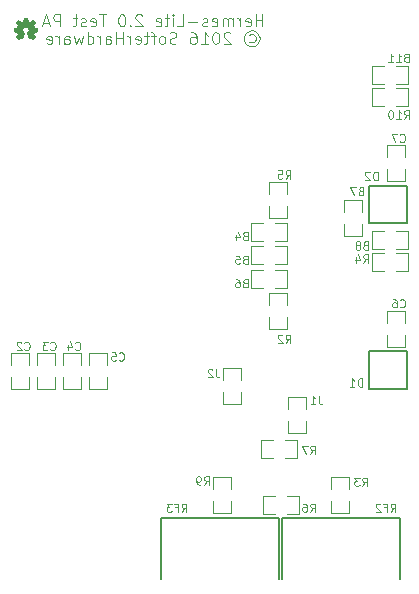
<source format=gbo>
G04 #@! TF.FileFunction,Legend,Bot*
%FSLAX46Y46*%
G04 Gerber Fmt 4.6, Leading zero omitted, Abs format (unit mm)*
G04 Created by KiCad (PCBNEW 4.0.1-stable) date 7/31/2016 1:29:05 PM*
%MOMM*%
G01*
G04 APERTURE LIST*
%ADD10C,0.100000*%
%ADD11C,0.150000*%
%ADD12C,0.099060*%
%ADD13C,0.002540*%
G04 APERTURE END LIST*
D10*
X29061906Y-2902381D02*
X29061906Y-1902381D01*
X29061906Y-2378571D02*
X28490477Y-2378571D01*
X28490477Y-2902381D02*
X28490477Y-1902381D01*
X27633334Y-2854762D02*
X27728572Y-2902381D01*
X27919049Y-2902381D01*
X28014287Y-2854762D01*
X28061906Y-2759524D01*
X28061906Y-2378571D01*
X28014287Y-2283333D01*
X27919049Y-2235714D01*
X27728572Y-2235714D01*
X27633334Y-2283333D01*
X27585715Y-2378571D01*
X27585715Y-2473810D01*
X28061906Y-2569048D01*
X27157144Y-2902381D02*
X27157144Y-2235714D01*
X27157144Y-2426190D02*
X27109525Y-2330952D01*
X27061906Y-2283333D01*
X26966668Y-2235714D01*
X26871429Y-2235714D01*
X26538096Y-2902381D02*
X26538096Y-2235714D01*
X26538096Y-2330952D02*
X26490477Y-2283333D01*
X26395239Y-2235714D01*
X26252381Y-2235714D01*
X26157143Y-2283333D01*
X26109524Y-2378571D01*
X26109524Y-2902381D01*
X26109524Y-2378571D02*
X26061905Y-2283333D01*
X25966667Y-2235714D01*
X25823810Y-2235714D01*
X25728572Y-2283333D01*
X25680953Y-2378571D01*
X25680953Y-2902381D01*
X24823810Y-2854762D02*
X24919048Y-2902381D01*
X25109525Y-2902381D01*
X25204763Y-2854762D01*
X25252382Y-2759524D01*
X25252382Y-2378571D01*
X25204763Y-2283333D01*
X25109525Y-2235714D01*
X24919048Y-2235714D01*
X24823810Y-2283333D01*
X24776191Y-2378571D01*
X24776191Y-2473810D01*
X25252382Y-2569048D01*
X24395239Y-2854762D02*
X24300001Y-2902381D01*
X24109525Y-2902381D01*
X24014286Y-2854762D01*
X23966667Y-2759524D01*
X23966667Y-2711905D01*
X24014286Y-2616667D01*
X24109525Y-2569048D01*
X24252382Y-2569048D01*
X24347620Y-2521429D01*
X24395239Y-2426190D01*
X24395239Y-2378571D01*
X24347620Y-2283333D01*
X24252382Y-2235714D01*
X24109525Y-2235714D01*
X24014286Y-2283333D01*
X23538096Y-2521429D02*
X22776191Y-2521429D01*
X21823810Y-2902381D02*
X22300001Y-2902381D01*
X22300001Y-1902381D01*
X21490477Y-2902381D02*
X21490477Y-2235714D01*
X21490477Y-1902381D02*
X21538096Y-1950000D01*
X21490477Y-1997619D01*
X21442858Y-1950000D01*
X21490477Y-1902381D01*
X21490477Y-1997619D01*
X21157144Y-2235714D02*
X20776192Y-2235714D01*
X21014287Y-1902381D02*
X21014287Y-2759524D01*
X20966668Y-2854762D01*
X20871430Y-2902381D01*
X20776192Y-2902381D01*
X20061905Y-2854762D02*
X20157143Y-2902381D01*
X20347620Y-2902381D01*
X20442858Y-2854762D01*
X20490477Y-2759524D01*
X20490477Y-2378571D01*
X20442858Y-2283333D01*
X20347620Y-2235714D01*
X20157143Y-2235714D01*
X20061905Y-2283333D01*
X20014286Y-2378571D01*
X20014286Y-2473810D01*
X20490477Y-2569048D01*
X18871429Y-1997619D02*
X18823810Y-1950000D01*
X18728572Y-1902381D01*
X18490476Y-1902381D01*
X18395238Y-1950000D01*
X18347619Y-1997619D01*
X18300000Y-2092857D01*
X18300000Y-2188095D01*
X18347619Y-2330952D01*
X18919048Y-2902381D01*
X18300000Y-2902381D01*
X17871429Y-2807143D02*
X17823810Y-2854762D01*
X17871429Y-2902381D01*
X17919048Y-2854762D01*
X17871429Y-2807143D01*
X17871429Y-2902381D01*
X17204763Y-1902381D02*
X17109524Y-1902381D01*
X17014286Y-1950000D01*
X16966667Y-1997619D01*
X16919048Y-2092857D01*
X16871429Y-2283333D01*
X16871429Y-2521429D01*
X16919048Y-2711905D01*
X16966667Y-2807143D01*
X17014286Y-2854762D01*
X17109524Y-2902381D01*
X17204763Y-2902381D01*
X17300001Y-2854762D01*
X17347620Y-2807143D01*
X17395239Y-2711905D01*
X17442858Y-2521429D01*
X17442858Y-2283333D01*
X17395239Y-2092857D01*
X17347620Y-1997619D01*
X17300001Y-1950000D01*
X17204763Y-1902381D01*
X15823810Y-1902381D02*
X15252381Y-1902381D01*
X15538096Y-2902381D02*
X15538096Y-1902381D01*
X14538095Y-2854762D02*
X14633333Y-2902381D01*
X14823810Y-2902381D01*
X14919048Y-2854762D01*
X14966667Y-2759524D01*
X14966667Y-2378571D01*
X14919048Y-2283333D01*
X14823810Y-2235714D01*
X14633333Y-2235714D01*
X14538095Y-2283333D01*
X14490476Y-2378571D01*
X14490476Y-2473810D01*
X14966667Y-2569048D01*
X14109524Y-2854762D02*
X14014286Y-2902381D01*
X13823810Y-2902381D01*
X13728571Y-2854762D01*
X13680952Y-2759524D01*
X13680952Y-2711905D01*
X13728571Y-2616667D01*
X13823810Y-2569048D01*
X13966667Y-2569048D01*
X14061905Y-2521429D01*
X14109524Y-2426190D01*
X14109524Y-2378571D01*
X14061905Y-2283333D01*
X13966667Y-2235714D01*
X13823810Y-2235714D01*
X13728571Y-2283333D01*
X13395238Y-2235714D02*
X13014286Y-2235714D01*
X13252381Y-1902381D02*
X13252381Y-2759524D01*
X13204762Y-2854762D01*
X13109524Y-2902381D01*
X13014286Y-2902381D01*
X11919047Y-2902381D02*
X11919047Y-1902381D01*
X11538094Y-1902381D01*
X11442856Y-1950000D01*
X11395237Y-1997619D01*
X11347618Y-2092857D01*
X11347618Y-2235714D01*
X11395237Y-2330952D01*
X11442856Y-2378571D01*
X11538094Y-2426190D01*
X11919047Y-2426190D01*
X10966666Y-2616667D02*
X10490475Y-2616667D01*
X11061904Y-2902381D02*
X10728571Y-1902381D01*
X10395237Y-2902381D01*
X27966668Y-3640476D02*
X28061906Y-3592857D01*
X28252382Y-3592857D01*
X28347620Y-3640476D01*
X28442858Y-3735714D01*
X28490477Y-3830952D01*
X28490477Y-4021429D01*
X28442858Y-4116667D01*
X28347620Y-4211905D01*
X28252382Y-4259524D01*
X28061906Y-4259524D01*
X27966668Y-4211905D01*
X28157144Y-3259524D02*
X28395239Y-3307143D01*
X28633335Y-3450000D01*
X28776192Y-3688095D01*
X28823811Y-3926190D01*
X28776192Y-4164286D01*
X28633335Y-4402381D01*
X28395239Y-4545238D01*
X28157144Y-4592857D01*
X27919049Y-4545238D01*
X27680954Y-4402381D01*
X27538097Y-4164286D01*
X27490477Y-3926190D01*
X27538097Y-3688095D01*
X27680954Y-3450000D01*
X27919049Y-3307143D01*
X28157144Y-3259524D01*
X26347620Y-3497619D02*
X26300001Y-3450000D01*
X26204763Y-3402381D01*
X25966667Y-3402381D01*
X25871429Y-3450000D01*
X25823810Y-3497619D01*
X25776191Y-3592857D01*
X25776191Y-3688095D01*
X25823810Y-3830952D01*
X26395239Y-4402381D01*
X25776191Y-4402381D01*
X25157144Y-3402381D02*
X25061905Y-3402381D01*
X24966667Y-3450000D01*
X24919048Y-3497619D01*
X24871429Y-3592857D01*
X24823810Y-3783333D01*
X24823810Y-4021429D01*
X24871429Y-4211905D01*
X24919048Y-4307143D01*
X24966667Y-4354762D01*
X25061905Y-4402381D01*
X25157144Y-4402381D01*
X25252382Y-4354762D01*
X25300001Y-4307143D01*
X25347620Y-4211905D01*
X25395239Y-4021429D01*
X25395239Y-3783333D01*
X25347620Y-3592857D01*
X25300001Y-3497619D01*
X25252382Y-3450000D01*
X25157144Y-3402381D01*
X23871429Y-4402381D02*
X24442858Y-4402381D01*
X24157144Y-4402381D02*
X24157144Y-3402381D01*
X24252382Y-3545238D01*
X24347620Y-3640476D01*
X24442858Y-3688095D01*
X23014286Y-3402381D02*
X23204763Y-3402381D01*
X23300001Y-3450000D01*
X23347620Y-3497619D01*
X23442858Y-3640476D01*
X23490477Y-3830952D01*
X23490477Y-4211905D01*
X23442858Y-4307143D01*
X23395239Y-4354762D01*
X23300001Y-4402381D01*
X23109524Y-4402381D01*
X23014286Y-4354762D01*
X22966667Y-4307143D01*
X22919048Y-4211905D01*
X22919048Y-3973810D01*
X22966667Y-3878571D01*
X23014286Y-3830952D01*
X23109524Y-3783333D01*
X23300001Y-3783333D01*
X23395239Y-3830952D01*
X23442858Y-3878571D01*
X23490477Y-3973810D01*
X21776191Y-4354762D02*
X21633334Y-4402381D01*
X21395238Y-4402381D01*
X21300000Y-4354762D01*
X21252381Y-4307143D01*
X21204762Y-4211905D01*
X21204762Y-4116667D01*
X21252381Y-4021429D01*
X21300000Y-3973810D01*
X21395238Y-3926190D01*
X21585715Y-3878571D01*
X21680953Y-3830952D01*
X21728572Y-3783333D01*
X21776191Y-3688095D01*
X21776191Y-3592857D01*
X21728572Y-3497619D01*
X21680953Y-3450000D01*
X21585715Y-3402381D01*
X21347619Y-3402381D01*
X21204762Y-3450000D01*
X20633334Y-4402381D02*
X20728572Y-4354762D01*
X20776191Y-4307143D01*
X20823810Y-4211905D01*
X20823810Y-3926190D01*
X20776191Y-3830952D01*
X20728572Y-3783333D01*
X20633334Y-3735714D01*
X20490476Y-3735714D01*
X20395238Y-3783333D01*
X20347619Y-3830952D01*
X20300000Y-3926190D01*
X20300000Y-4211905D01*
X20347619Y-4307143D01*
X20395238Y-4354762D01*
X20490476Y-4402381D01*
X20633334Y-4402381D01*
X20014286Y-3735714D02*
X19633334Y-3735714D01*
X19871429Y-4402381D02*
X19871429Y-3545238D01*
X19823810Y-3450000D01*
X19728572Y-3402381D01*
X19633334Y-3402381D01*
X19442857Y-3735714D02*
X19061905Y-3735714D01*
X19300000Y-3402381D02*
X19300000Y-4259524D01*
X19252381Y-4354762D01*
X19157143Y-4402381D01*
X19061905Y-4402381D01*
X18347618Y-4354762D02*
X18442856Y-4402381D01*
X18633333Y-4402381D01*
X18728571Y-4354762D01*
X18776190Y-4259524D01*
X18776190Y-3878571D01*
X18728571Y-3783333D01*
X18633333Y-3735714D01*
X18442856Y-3735714D01*
X18347618Y-3783333D01*
X18299999Y-3878571D01*
X18299999Y-3973810D01*
X18776190Y-4069048D01*
X17871428Y-4402381D02*
X17871428Y-3735714D01*
X17871428Y-3926190D02*
X17823809Y-3830952D01*
X17776190Y-3783333D01*
X17680952Y-3735714D01*
X17585713Y-3735714D01*
X17252380Y-4402381D02*
X17252380Y-3402381D01*
X17252380Y-3878571D02*
X16680951Y-3878571D01*
X16680951Y-4402381D02*
X16680951Y-3402381D01*
X15776189Y-4402381D02*
X15776189Y-3878571D01*
X15823808Y-3783333D01*
X15919046Y-3735714D01*
X16109523Y-3735714D01*
X16204761Y-3783333D01*
X15776189Y-4354762D02*
X15871427Y-4402381D01*
X16109523Y-4402381D01*
X16204761Y-4354762D01*
X16252380Y-4259524D01*
X16252380Y-4164286D01*
X16204761Y-4069048D01*
X16109523Y-4021429D01*
X15871427Y-4021429D01*
X15776189Y-3973810D01*
X15299999Y-4402381D02*
X15299999Y-3735714D01*
X15299999Y-3926190D02*
X15252380Y-3830952D01*
X15204761Y-3783333D01*
X15109523Y-3735714D01*
X15014284Y-3735714D01*
X14252379Y-4402381D02*
X14252379Y-3402381D01*
X14252379Y-4354762D02*
X14347617Y-4402381D01*
X14538094Y-4402381D01*
X14633332Y-4354762D01*
X14680951Y-4307143D01*
X14728570Y-4211905D01*
X14728570Y-3926190D01*
X14680951Y-3830952D01*
X14633332Y-3783333D01*
X14538094Y-3735714D01*
X14347617Y-3735714D01*
X14252379Y-3783333D01*
X13871427Y-3735714D02*
X13680951Y-4402381D01*
X13490474Y-3926190D01*
X13299998Y-4402381D01*
X13109522Y-3735714D01*
X12299998Y-4402381D02*
X12299998Y-3878571D01*
X12347617Y-3783333D01*
X12442855Y-3735714D01*
X12633332Y-3735714D01*
X12728570Y-3783333D01*
X12299998Y-4354762D02*
X12395236Y-4402381D01*
X12633332Y-4402381D01*
X12728570Y-4354762D01*
X12776189Y-4259524D01*
X12776189Y-4164286D01*
X12728570Y-4069048D01*
X12633332Y-4021429D01*
X12395236Y-4021429D01*
X12299998Y-3973810D01*
X11823808Y-4402381D02*
X11823808Y-3735714D01*
X11823808Y-3926190D02*
X11776189Y-3830952D01*
X11728570Y-3783333D01*
X11633332Y-3735714D01*
X11538093Y-3735714D01*
X10823807Y-4354762D02*
X10919045Y-4402381D01*
X11109522Y-4402381D01*
X11204760Y-4354762D01*
X11252379Y-4259524D01*
X11252379Y-3878571D01*
X11204760Y-3783333D01*
X11109522Y-3735714D01*
X10919045Y-3735714D01*
X10823807Y-3783333D01*
X10776188Y-3878571D01*
X10776188Y-3973810D01*
X11252379Y-4069048D01*
D11*
X38100000Y-33600000D02*
X38100000Y-30400000D01*
X38100000Y-30400000D02*
X41300000Y-30400000D01*
X41300000Y-30400000D02*
X41300000Y-33600000D01*
X41300000Y-33600000D02*
X38100000Y-33600000D01*
X38100000Y-19600000D02*
X38100000Y-16400000D01*
X38100000Y-16400000D02*
X41300000Y-16400000D01*
X41300000Y-16400000D02*
X41300000Y-19600000D01*
X41300000Y-19600000D02*
X38100000Y-19600000D01*
X40700000Y-49700000D02*
X40700000Y-44500000D01*
X40700000Y-44500000D02*
X30700000Y-44500000D01*
X30700000Y-44500000D02*
X30700000Y-49700000D01*
X30500000Y-49700000D02*
X30500000Y-44500000D01*
X30500000Y-44500000D02*
X20500000Y-44500000D01*
X20500000Y-44500000D02*
X20500000Y-49700000D01*
D12*
X39392000Y-8138000D02*
X38376000Y-8138000D01*
X38376000Y-8138000D02*
X38376000Y-9662000D01*
X38376000Y-9662000D02*
X39392000Y-9662000D01*
X40408000Y-9662000D02*
X41424000Y-9662000D01*
X41424000Y-9662000D02*
X41424000Y-8138000D01*
X41424000Y-8138000D02*
X40408000Y-8138000D01*
X26362000Y-42092000D02*
X26362000Y-41076000D01*
X26362000Y-41076000D02*
X24838000Y-41076000D01*
X24838000Y-41076000D02*
X24838000Y-42092000D01*
X24838000Y-43108000D02*
X24838000Y-44124000D01*
X24838000Y-44124000D02*
X26362000Y-44124000D01*
X26362000Y-44124000D02*
X26362000Y-43108000D01*
X29992000Y-37938000D02*
X28976000Y-37938000D01*
X28976000Y-37938000D02*
X28976000Y-39462000D01*
X28976000Y-39462000D02*
X29992000Y-39462000D01*
X31008000Y-39462000D02*
X32024000Y-39462000D01*
X32024000Y-39462000D02*
X32024000Y-37938000D01*
X32024000Y-37938000D02*
X31008000Y-37938000D01*
X30092000Y-42638000D02*
X29076000Y-42638000D01*
X29076000Y-42638000D02*
X29076000Y-44162000D01*
X29076000Y-44162000D02*
X30092000Y-44162000D01*
X31108000Y-44162000D02*
X32124000Y-44162000D01*
X32124000Y-44162000D02*
X32124000Y-42638000D01*
X32124000Y-42638000D02*
X31108000Y-42638000D01*
X31162000Y-17092000D02*
X31162000Y-16076000D01*
X31162000Y-16076000D02*
X29638000Y-16076000D01*
X29638000Y-16076000D02*
X29638000Y-17092000D01*
X29638000Y-18108000D02*
X29638000Y-19124000D01*
X29638000Y-19124000D02*
X31162000Y-19124000D01*
X31162000Y-19124000D02*
X31162000Y-18108000D01*
X39392000Y-22138000D02*
X38376000Y-22138000D01*
X38376000Y-22138000D02*
X38376000Y-23662000D01*
X38376000Y-23662000D02*
X39392000Y-23662000D01*
X40408000Y-23662000D02*
X41424000Y-23662000D01*
X41424000Y-23662000D02*
X41424000Y-22138000D01*
X41424000Y-22138000D02*
X40408000Y-22138000D01*
X36362000Y-42092000D02*
X36362000Y-41076000D01*
X36362000Y-41076000D02*
X34838000Y-41076000D01*
X34838000Y-41076000D02*
X34838000Y-42092000D01*
X34838000Y-43108000D02*
X34838000Y-44124000D01*
X34838000Y-44124000D02*
X36362000Y-44124000D01*
X36362000Y-44124000D02*
X36362000Y-43108000D01*
X31162000Y-26492000D02*
X31162000Y-25476000D01*
X31162000Y-25476000D02*
X29638000Y-25476000D01*
X29638000Y-25476000D02*
X29638000Y-26492000D01*
X29638000Y-27508000D02*
X29638000Y-28524000D01*
X29638000Y-28524000D02*
X31162000Y-28524000D01*
X31162000Y-28524000D02*
X31162000Y-27508000D01*
X27262000Y-32892000D02*
X27262000Y-31876000D01*
X27262000Y-31876000D02*
X25738000Y-31876000D01*
X25738000Y-31876000D02*
X25738000Y-32892000D01*
X25738000Y-33908000D02*
X25738000Y-34924000D01*
X25738000Y-34924000D02*
X27262000Y-34924000D01*
X27262000Y-34924000D02*
X27262000Y-33908000D01*
X32762000Y-35292000D02*
X32762000Y-34276000D01*
X32762000Y-34276000D02*
X31238000Y-34276000D01*
X31238000Y-34276000D02*
X31238000Y-35292000D01*
X31238000Y-36308000D02*
X31238000Y-37324000D01*
X31238000Y-37324000D02*
X32762000Y-37324000D01*
X32762000Y-37324000D02*
X32762000Y-36308000D01*
X39638000Y-15008000D02*
X39638000Y-16024000D01*
X39638000Y-16024000D02*
X41162000Y-16024000D01*
X41162000Y-16024000D02*
X41162000Y-15008000D01*
X41162000Y-13992000D02*
X41162000Y-12976000D01*
X41162000Y-12976000D02*
X39638000Y-12976000D01*
X39638000Y-12976000D02*
X39638000Y-13992000D01*
X39638000Y-29008000D02*
X39638000Y-30024000D01*
X39638000Y-30024000D02*
X41162000Y-30024000D01*
X41162000Y-30024000D02*
X41162000Y-29008000D01*
X41162000Y-27992000D02*
X41162000Y-26976000D01*
X41162000Y-26976000D02*
X39638000Y-26976000D01*
X39638000Y-26976000D02*
X39638000Y-27992000D01*
X14338000Y-32608000D02*
X14338000Y-33624000D01*
X14338000Y-33624000D02*
X15862000Y-33624000D01*
X15862000Y-33624000D02*
X15862000Y-32608000D01*
X15862000Y-31592000D02*
X15862000Y-30576000D01*
X15862000Y-30576000D02*
X14338000Y-30576000D01*
X14338000Y-30576000D02*
X14338000Y-31592000D01*
X12138000Y-32608000D02*
X12138000Y-33624000D01*
X12138000Y-33624000D02*
X13662000Y-33624000D01*
X13662000Y-33624000D02*
X13662000Y-32608000D01*
X13662000Y-31592000D02*
X13662000Y-30576000D01*
X13662000Y-30576000D02*
X12138000Y-30576000D01*
X12138000Y-30576000D02*
X12138000Y-31592000D01*
X9938000Y-32608000D02*
X9938000Y-33624000D01*
X9938000Y-33624000D02*
X11462000Y-33624000D01*
X11462000Y-33624000D02*
X11462000Y-32608000D01*
X11462000Y-31592000D02*
X11462000Y-30576000D01*
X11462000Y-30576000D02*
X9938000Y-30576000D01*
X9938000Y-30576000D02*
X9938000Y-31592000D01*
X7738000Y-32608000D02*
X7738000Y-33624000D01*
X7738000Y-33624000D02*
X9262000Y-33624000D01*
X9262000Y-33624000D02*
X9262000Y-32608000D01*
X9262000Y-31592000D02*
X9262000Y-30576000D01*
X9262000Y-30576000D02*
X7738000Y-30576000D01*
X7738000Y-30576000D02*
X7738000Y-31592000D01*
X39392000Y-6238000D02*
X38376000Y-6238000D01*
X38376000Y-6238000D02*
X38376000Y-7762000D01*
X38376000Y-7762000D02*
X39392000Y-7762000D01*
X40408000Y-7762000D02*
X41424000Y-7762000D01*
X41424000Y-7762000D02*
X41424000Y-6238000D01*
X41424000Y-6238000D02*
X40408000Y-6238000D01*
X39392000Y-20238000D02*
X38376000Y-20238000D01*
X38376000Y-20238000D02*
X38376000Y-21762000D01*
X38376000Y-21762000D02*
X39392000Y-21762000D01*
X40408000Y-21762000D02*
X41424000Y-21762000D01*
X41424000Y-21762000D02*
X41424000Y-20238000D01*
X41424000Y-20238000D02*
X40408000Y-20238000D01*
X37462000Y-18592000D02*
X37462000Y-17576000D01*
X37462000Y-17576000D02*
X35938000Y-17576000D01*
X35938000Y-17576000D02*
X35938000Y-18592000D01*
X35938000Y-19608000D02*
X35938000Y-20624000D01*
X35938000Y-20624000D02*
X37462000Y-20624000D01*
X37462000Y-20624000D02*
X37462000Y-19608000D01*
X29092000Y-23538000D02*
X28076000Y-23538000D01*
X28076000Y-23538000D02*
X28076000Y-25062000D01*
X28076000Y-25062000D02*
X29092000Y-25062000D01*
X30108000Y-25062000D02*
X31124000Y-25062000D01*
X31124000Y-25062000D02*
X31124000Y-23538000D01*
X31124000Y-23538000D02*
X30108000Y-23538000D01*
X29092000Y-21538000D02*
X28076000Y-21538000D01*
X28076000Y-21538000D02*
X28076000Y-23062000D01*
X28076000Y-23062000D02*
X29092000Y-23062000D01*
X30108000Y-23062000D02*
X31124000Y-23062000D01*
X31124000Y-23062000D02*
X31124000Y-21538000D01*
X31124000Y-21538000D02*
X30108000Y-21538000D01*
X29092000Y-19538000D02*
X28076000Y-19538000D01*
X28076000Y-19538000D02*
X28076000Y-21062000D01*
X28076000Y-21062000D02*
X29092000Y-21062000D01*
X30108000Y-21062000D02*
X31124000Y-21062000D01*
X31124000Y-21062000D02*
X31124000Y-19538000D01*
X31124000Y-19538000D02*
X30108000Y-19538000D01*
D13*
G36*
X8395480Y-3996620D02*
X8405640Y-3991540D01*
X8428500Y-3976300D01*
X8461520Y-3955980D01*
X8502160Y-3928040D01*
X8540260Y-3902640D01*
X8573280Y-3879780D01*
X8596140Y-3864540D01*
X8606300Y-3859460D01*
X8611380Y-3862000D01*
X8629160Y-3872160D01*
X8657100Y-3884860D01*
X8672340Y-3892480D01*
X8697740Y-3905180D01*
X8710440Y-3907720D01*
X8712980Y-3902640D01*
X8723140Y-3884860D01*
X8735840Y-3851840D01*
X8756160Y-3808660D01*
X8776480Y-3757860D01*
X8799340Y-3701980D01*
X8822200Y-3646100D01*
X8845060Y-3592760D01*
X8865380Y-3544500D01*
X8880620Y-3506400D01*
X8890780Y-3478460D01*
X8895860Y-3468300D01*
X8893320Y-3465760D01*
X8880620Y-3453060D01*
X8860300Y-3437820D01*
X8812040Y-3397180D01*
X8766320Y-3338760D01*
X8735840Y-3272720D01*
X8728220Y-3199060D01*
X8735840Y-3133020D01*
X8761240Y-3069520D01*
X8806960Y-3008560D01*
X8862840Y-2965380D01*
X8928880Y-2937440D01*
X9000000Y-2929820D01*
X9068580Y-2937440D01*
X9134620Y-2962840D01*
X9195580Y-3008560D01*
X9218440Y-3036500D01*
X9254000Y-3097460D01*
X9274320Y-3158420D01*
X9274320Y-3173660D01*
X9271780Y-3244780D01*
X9251460Y-3313360D01*
X9215900Y-3371780D01*
X9162560Y-3422580D01*
X9157480Y-3427660D01*
X9132080Y-3445440D01*
X9116840Y-3455600D01*
X9104140Y-3465760D01*
X9193040Y-3681660D01*
X9208280Y-3717220D01*
X9233680Y-3775640D01*
X9254000Y-3826440D01*
X9271780Y-3867080D01*
X9284480Y-3892480D01*
X9289560Y-3905180D01*
X9289560Y-3905180D01*
X9297180Y-3905180D01*
X9312420Y-3900100D01*
X9342900Y-3884860D01*
X9363220Y-3874700D01*
X9386080Y-3864540D01*
X9396240Y-3859460D01*
X9406400Y-3864540D01*
X9426720Y-3879780D01*
X9459740Y-3900100D01*
X9497840Y-3925500D01*
X9533400Y-3950900D01*
X9568960Y-3973760D01*
X9591820Y-3989000D01*
X9604520Y-3996620D01*
X9607060Y-3996620D01*
X9617220Y-3989000D01*
X9637540Y-3973760D01*
X9665480Y-3945820D01*
X9706120Y-3905180D01*
X9713740Y-3900100D01*
X9746760Y-3864540D01*
X9774700Y-3834060D01*
X9795020Y-3813740D01*
X9800100Y-3806120D01*
X9800100Y-3806120D01*
X9795020Y-3793420D01*
X9779780Y-3768020D01*
X9756920Y-3735000D01*
X9728980Y-3694360D01*
X9657860Y-3590220D01*
X9698500Y-3493700D01*
X9708660Y-3463220D01*
X9723900Y-3427660D01*
X9736600Y-3402260D01*
X9741680Y-3389560D01*
X9751840Y-3387020D01*
X9779780Y-3379400D01*
X9817880Y-3371780D01*
X9863600Y-3364160D01*
X9909320Y-3354000D01*
X9947420Y-3346380D01*
X9977900Y-3341300D01*
X9990600Y-3338760D01*
X9993140Y-3336220D01*
X9995680Y-3331140D01*
X9998220Y-3318440D01*
X9998220Y-3293040D01*
X9998220Y-3254940D01*
X9998220Y-3199060D01*
X9998220Y-3193980D01*
X9998220Y-3140640D01*
X9998220Y-3100000D01*
X9995680Y-3074600D01*
X9993140Y-3064440D01*
X9993140Y-3064440D01*
X9980440Y-3059360D01*
X9952500Y-3054280D01*
X9914400Y-3046660D01*
X9866140Y-3036500D01*
X9863600Y-3036500D01*
X9815340Y-3028880D01*
X9777240Y-3018720D01*
X9749300Y-3013640D01*
X9736600Y-3008560D01*
X9734060Y-3006020D01*
X9723900Y-2988240D01*
X9711200Y-2957760D01*
X9695960Y-2922200D01*
X9680720Y-2886640D01*
X9665480Y-2851080D01*
X9657860Y-2828220D01*
X9655320Y-2815520D01*
X9655320Y-2815520D01*
X9662940Y-2805360D01*
X9678180Y-2779960D01*
X9701040Y-2746940D01*
X9728980Y-2706300D01*
X9731520Y-2701220D01*
X9759460Y-2663120D01*
X9779780Y-2627560D01*
X9795020Y-2604700D01*
X9800100Y-2594540D01*
X9800100Y-2592000D01*
X9792480Y-2581840D01*
X9772160Y-2558980D01*
X9741680Y-2528500D01*
X9706120Y-2492940D01*
X9695960Y-2482780D01*
X9657860Y-2444680D01*
X9629920Y-2419280D01*
X9612140Y-2406580D01*
X9604520Y-2401500D01*
X9604520Y-2404040D01*
X9591820Y-2409120D01*
X9566420Y-2426900D01*
X9533400Y-2449760D01*
X9492760Y-2477700D01*
X9490220Y-2480240D01*
X9449580Y-2505640D01*
X9416560Y-2528500D01*
X9393700Y-2543740D01*
X9383540Y-2551360D01*
X9381000Y-2551360D01*
X9365760Y-2546280D01*
X9335280Y-2536120D01*
X9302260Y-2523420D01*
X9264160Y-2508180D01*
X9231140Y-2492940D01*
X9205740Y-2482780D01*
X9193040Y-2475160D01*
X9193040Y-2475160D01*
X9187960Y-2459920D01*
X9182880Y-2429440D01*
X9172720Y-2388800D01*
X9165100Y-2340540D01*
X9162560Y-2332920D01*
X9154940Y-2284660D01*
X9147320Y-2246560D01*
X9139700Y-2218620D01*
X9137160Y-2205920D01*
X9132080Y-2205920D01*
X9106680Y-2203380D01*
X9071120Y-2203380D01*
X9027940Y-2203380D01*
X8984760Y-2203380D01*
X8941580Y-2203380D01*
X8903480Y-2205920D01*
X8878080Y-2205920D01*
X8865380Y-2208460D01*
X8865380Y-2211000D01*
X8860300Y-2223700D01*
X8855220Y-2254180D01*
X8845060Y-2294820D01*
X8837440Y-2345620D01*
X8834900Y-2353240D01*
X8827280Y-2401500D01*
X8817120Y-2439600D01*
X8812040Y-2467540D01*
X8809500Y-2477700D01*
X8804420Y-2480240D01*
X8786640Y-2487860D01*
X8753620Y-2500560D01*
X8712980Y-2518340D01*
X8621540Y-2553900D01*
X8509780Y-2477700D01*
X8499620Y-2470080D01*
X8458980Y-2442140D01*
X8425960Y-2421820D01*
X8403100Y-2406580D01*
X8392940Y-2401500D01*
X8392940Y-2401500D01*
X8382780Y-2411660D01*
X8359920Y-2431980D01*
X8329440Y-2462460D01*
X8293880Y-2495480D01*
X8268480Y-2523420D01*
X8238000Y-2553900D01*
X8217680Y-2574220D01*
X8207520Y-2589460D01*
X8202440Y-2597080D01*
X8204980Y-2602160D01*
X8210060Y-2614860D01*
X8227840Y-2637720D01*
X8250700Y-2673280D01*
X8278640Y-2711380D01*
X8301500Y-2746940D01*
X8324360Y-2782500D01*
X8339600Y-2810440D01*
X8347220Y-2823140D01*
X8344680Y-2828220D01*
X8337060Y-2851080D01*
X8324360Y-2884100D01*
X8306580Y-2924740D01*
X8268480Y-3013640D01*
X8210060Y-3023800D01*
X8174500Y-3031420D01*
X8123700Y-3039040D01*
X8077980Y-3049200D01*
X8004320Y-3064440D01*
X8001780Y-3331140D01*
X8011940Y-3336220D01*
X8024640Y-3341300D01*
X8050040Y-3346380D01*
X8090680Y-3354000D01*
X8136400Y-3361620D01*
X8174500Y-3369240D01*
X8215140Y-3376860D01*
X8243080Y-3381940D01*
X8255780Y-3384480D01*
X8258320Y-3389560D01*
X8268480Y-3409880D01*
X8283720Y-3440360D01*
X8298960Y-3475920D01*
X8314200Y-3514020D01*
X8326900Y-3549580D01*
X8337060Y-3574980D01*
X8342140Y-3590220D01*
X8337060Y-3600380D01*
X8321820Y-3623240D01*
X8298960Y-3656260D01*
X8273560Y-3694360D01*
X8245620Y-3735000D01*
X8222760Y-3768020D01*
X8207520Y-3793420D01*
X8199900Y-3803580D01*
X8204980Y-3811200D01*
X8220220Y-3828980D01*
X8248160Y-3859460D01*
X8293880Y-3905180D01*
X8301500Y-3910260D01*
X8334520Y-3945820D01*
X8365000Y-3971220D01*
X8385320Y-3991540D01*
X8395480Y-3996620D01*
X8395480Y-3996620D01*
G37*
X8395480Y-3996620D02*
X8405640Y-3991540D01*
X8428500Y-3976300D01*
X8461520Y-3955980D01*
X8502160Y-3928040D01*
X8540260Y-3902640D01*
X8573280Y-3879780D01*
X8596140Y-3864540D01*
X8606300Y-3859460D01*
X8611380Y-3862000D01*
X8629160Y-3872160D01*
X8657100Y-3884860D01*
X8672340Y-3892480D01*
X8697740Y-3905180D01*
X8710440Y-3907720D01*
X8712980Y-3902640D01*
X8723140Y-3884860D01*
X8735840Y-3851840D01*
X8756160Y-3808660D01*
X8776480Y-3757860D01*
X8799340Y-3701980D01*
X8822200Y-3646100D01*
X8845060Y-3592760D01*
X8865380Y-3544500D01*
X8880620Y-3506400D01*
X8890780Y-3478460D01*
X8895860Y-3468300D01*
X8893320Y-3465760D01*
X8880620Y-3453060D01*
X8860300Y-3437820D01*
X8812040Y-3397180D01*
X8766320Y-3338760D01*
X8735840Y-3272720D01*
X8728220Y-3199060D01*
X8735840Y-3133020D01*
X8761240Y-3069520D01*
X8806960Y-3008560D01*
X8862840Y-2965380D01*
X8928880Y-2937440D01*
X9000000Y-2929820D01*
X9068580Y-2937440D01*
X9134620Y-2962840D01*
X9195580Y-3008560D01*
X9218440Y-3036500D01*
X9254000Y-3097460D01*
X9274320Y-3158420D01*
X9274320Y-3173660D01*
X9271780Y-3244780D01*
X9251460Y-3313360D01*
X9215900Y-3371780D01*
X9162560Y-3422580D01*
X9157480Y-3427660D01*
X9132080Y-3445440D01*
X9116840Y-3455600D01*
X9104140Y-3465760D01*
X9193040Y-3681660D01*
X9208280Y-3717220D01*
X9233680Y-3775640D01*
X9254000Y-3826440D01*
X9271780Y-3867080D01*
X9284480Y-3892480D01*
X9289560Y-3905180D01*
X9289560Y-3905180D01*
X9297180Y-3905180D01*
X9312420Y-3900100D01*
X9342900Y-3884860D01*
X9363220Y-3874700D01*
X9386080Y-3864540D01*
X9396240Y-3859460D01*
X9406400Y-3864540D01*
X9426720Y-3879780D01*
X9459740Y-3900100D01*
X9497840Y-3925500D01*
X9533400Y-3950900D01*
X9568960Y-3973760D01*
X9591820Y-3989000D01*
X9604520Y-3996620D01*
X9607060Y-3996620D01*
X9617220Y-3989000D01*
X9637540Y-3973760D01*
X9665480Y-3945820D01*
X9706120Y-3905180D01*
X9713740Y-3900100D01*
X9746760Y-3864540D01*
X9774700Y-3834060D01*
X9795020Y-3813740D01*
X9800100Y-3806120D01*
X9800100Y-3806120D01*
X9795020Y-3793420D01*
X9779780Y-3768020D01*
X9756920Y-3735000D01*
X9728980Y-3694360D01*
X9657860Y-3590220D01*
X9698500Y-3493700D01*
X9708660Y-3463220D01*
X9723900Y-3427660D01*
X9736600Y-3402260D01*
X9741680Y-3389560D01*
X9751840Y-3387020D01*
X9779780Y-3379400D01*
X9817880Y-3371780D01*
X9863600Y-3364160D01*
X9909320Y-3354000D01*
X9947420Y-3346380D01*
X9977900Y-3341300D01*
X9990600Y-3338760D01*
X9993140Y-3336220D01*
X9995680Y-3331140D01*
X9998220Y-3318440D01*
X9998220Y-3293040D01*
X9998220Y-3254940D01*
X9998220Y-3199060D01*
X9998220Y-3193980D01*
X9998220Y-3140640D01*
X9998220Y-3100000D01*
X9995680Y-3074600D01*
X9993140Y-3064440D01*
X9993140Y-3064440D01*
X9980440Y-3059360D01*
X9952500Y-3054280D01*
X9914400Y-3046660D01*
X9866140Y-3036500D01*
X9863600Y-3036500D01*
X9815340Y-3028880D01*
X9777240Y-3018720D01*
X9749300Y-3013640D01*
X9736600Y-3008560D01*
X9734060Y-3006020D01*
X9723900Y-2988240D01*
X9711200Y-2957760D01*
X9695960Y-2922200D01*
X9680720Y-2886640D01*
X9665480Y-2851080D01*
X9657860Y-2828220D01*
X9655320Y-2815520D01*
X9655320Y-2815520D01*
X9662940Y-2805360D01*
X9678180Y-2779960D01*
X9701040Y-2746940D01*
X9728980Y-2706300D01*
X9731520Y-2701220D01*
X9759460Y-2663120D01*
X9779780Y-2627560D01*
X9795020Y-2604700D01*
X9800100Y-2594540D01*
X9800100Y-2592000D01*
X9792480Y-2581840D01*
X9772160Y-2558980D01*
X9741680Y-2528500D01*
X9706120Y-2492940D01*
X9695960Y-2482780D01*
X9657860Y-2444680D01*
X9629920Y-2419280D01*
X9612140Y-2406580D01*
X9604520Y-2401500D01*
X9604520Y-2404040D01*
X9591820Y-2409120D01*
X9566420Y-2426900D01*
X9533400Y-2449760D01*
X9492760Y-2477700D01*
X9490220Y-2480240D01*
X9449580Y-2505640D01*
X9416560Y-2528500D01*
X9393700Y-2543740D01*
X9383540Y-2551360D01*
X9381000Y-2551360D01*
X9365760Y-2546280D01*
X9335280Y-2536120D01*
X9302260Y-2523420D01*
X9264160Y-2508180D01*
X9231140Y-2492940D01*
X9205740Y-2482780D01*
X9193040Y-2475160D01*
X9193040Y-2475160D01*
X9187960Y-2459920D01*
X9182880Y-2429440D01*
X9172720Y-2388800D01*
X9165100Y-2340540D01*
X9162560Y-2332920D01*
X9154940Y-2284660D01*
X9147320Y-2246560D01*
X9139700Y-2218620D01*
X9137160Y-2205920D01*
X9132080Y-2205920D01*
X9106680Y-2203380D01*
X9071120Y-2203380D01*
X9027940Y-2203380D01*
X8984760Y-2203380D01*
X8941580Y-2203380D01*
X8903480Y-2205920D01*
X8878080Y-2205920D01*
X8865380Y-2208460D01*
X8865380Y-2211000D01*
X8860300Y-2223700D01*
X8855220Y-2254180D01*
X8845060Y-2294820D01*
X8837440Y-2345620D01*
X8834900Y-2353240D01*
X8827280Y-2401500D01*
X8817120Y-2439600D01*
X8812040Y-2467540D01*
X8809500Y-2477700D01*
X8804420Y-2480240D01*
X8786640Y-2487860D01*
X8753620Y-2500560D01*
X8712980Y-2518340D01*
X8621540Y-2553900D01*
X8509780Y-2477700D01*
X8499620Y-2470080D01*
X8458980Y-2442140D01*
X8425960Y-2421820D01*
X8403100Y-2406580D01*
X8392940Y-2401500D01*
X8392940Y-2401500D01*
X8382780Y-2411660D01*
X8359920Y-2431980D01*
X8329440Y-2462460D01*
X8293880Y-2495480D01*
X8268480Y-2523420D01*
X8238000Y-2553900D01*
X8217680Y-2574220D01*
X8207520Y-2589460D01*
X8202440Y-2597080D01*
X8204980Y-2602160D01*
X8210060Y-2614860D01*
X8227840Y-2637720D01*
X8250700Y-2673280D01*
X8278640Y-2711380D01*
X8301500Y-2746940D01*
X8324360Y-2782500D01*
X8339600Y-2810440D01*
X8347220Y-2823140D01*
X8344680Y-2828220D01*
X8337060Y-2851080D01*
X8324360Y-2884100D01*
X8306580Y-2924740D01*
X8268480Y-3013640D01*
X8210060Y-3023800D01*
X8174500Y-3031420D01*
X8123700Y-3039040D01*
X8077980Y-3049200D01*
X8004320Y-3064440D01*
X8001780Y-3331140D01*
X8011940Y-3336220D01*
X8024640Y-3341300D01*
X8050040Y-3346380D01*
X8090680Y-3354000D01*
X8136400Y-3361620D01*
X8174500Y-3369240D01*
X8215140Y-3376860D01*
X8243080Y-3381940D01*
X8255780Y-3384480D01*
X8258320Y-3389560D01*
X8268480Y-3409880D01*
X8283720Y-3440360D01*
X8298960Y-3475920D01*
X8314200Y-3514020D01*
X8326900Y-3549580D01*
X8337060Y-3574980D01*
X8342140Y-3590220D01*
X8337060Y-3600380D01*
X8321820Y-3623240D01*
X8298960Y-3656260D01*
X8273560Y-3694360D01*
X8245620Y-3735000D01*
X8222760Y-3768020D01*
X8207520Y-3793420D01*
X8199900Y-3803580D01*
X8204980Y-3811200D01*
X8220220Y-3828980D01*
X8248160Y-3859460D01*
X8293880Y-3905180D01*
X8301500Y-3910260D01*
X8334520Y-3945820D01*
X8365000Y-3971220D01*
X8385320Y-3991540D01*
X8395480Y-3996620D01*
D10*
X37516666Y-33416667D02*
X37516666Y-32716667D01*
X37350000Y-32716667D01*
X37250000Y-32750000D01*
X37183333Y-32816667D01*
X37150000Y-32883333D01*
X37116666Y-33016667D01*
X37116666Y-33116667D01*
X37150000Y-33250000D01*
X37183333Y-33316667D01*
X37250000Y-33383333D01*
X37350000Y-33416667D01*
X37516666Y-33416667D01*
X36450000Y-33416667D02*
X36850000Y-33416667D01*
X36650000Y-33416667D02*
X36650000Y-32716667D01*
X36716666Y-32816667D01*
X36783333Y-32883333D01*
X36850000Y-32916667D01*
X38816666Y-15916667D02*
X38816666Y-15216667D01*
X38650000Y-15216667D01*
X38550000Y-15250000D01*
X38483333Y-15316667D01*
X38450000Y-15383333D01*
X38416666Y-15516667D01*
X38416666Y-15616667D01*
X38450000Y-15750000D01*
X38483333Y-15816667D01*
X38550000Y-15883333D01*
X38650000Y-15916667D01*
X38816666Y-15916667D01*
X38150000Y-15283333D02*
X38116666Y-15250000D01*
X38050000Y-15216667D01*
X37883333Y-15216667D01*
X37816666Y-15250000D01*
X37783333Y-15283333D01*
X37750000Y-15350000D01*
X37750000Y-15416667D01*
X37783333Y-15516667D01*
X38183333Y-15916667D01*
X37750000Y-15916667D01*
X39916666Y-44016667D02*
X40150000Y-43683333D01*
X40316666Y-44016667D02*
X40316666Y-43316667D01*
X40050000Y-43316667D01*
X39983333Y-43350000D01*
X39950000Y-43383333D01*
X39916666Y-43450000D01*
X39916666Y-43550000D01*
X39950000Y-43616667D01*
X39983333Y-43650000D01*
X40050000Y-43683333D01*
X40316666Y-43683333D01*
X39383333Y-43650000D02*
X39616666Y-43650000D01*
X39616666Y-44016667D02*
X39616666Y-43316667D01*
X39283333Y-43316667D01*
X39050000Y-43383333D02*
X39016666Y-43350000D01*
X38950000Y-43316667D01*
X38783333Y-43316667D01*
X38716666Y-43350000D01*
X38683333Y-43383333D01*
X38650000Y-43450000D01*
X38650000Y-43516667D01*
X38683333Y-43616667D01*
X39083333Y-44016667D01*
X38650000Y-44016667D01*
X22216666Y-44016667D02*
X22450000Y-43683333D01*
X22616666Y-44016667D02*
X22616666Y-43316667D01*
X22350000Y-43316667D01*
X22283333Y-43350000D01*
X22250000Y-43383333D01*
X22216666Y-43450000D01*
X22216666Y-43550000D01*
X22250000Y-43616667D01*
X22283333Y-43650000D01*
X22350000Y-43683333D01*
X22616666Y-43683333D01*
X21683333Y-43650000D02*
X21916666Y-43650000D01*
X21916666Y-44016667D02*
X21916666Y-43316667D01*
X21583333Y-43316667D01*
X21383333Y-43316667D02*
X20950000Y-43316667D01*
X21183333Y-43583333D01*
X21083333Y-43583333D01*
X21016666Y-43616667D01*
X20983333Y-43650000D01*
X20950000Y-43716667D01*
X20950000Y-43883333D01*
X20983333Y-43950000D01*
X21016666Y-43983333D01*
X21083333Y-44016667D01*
X21283333Y-44016667D01*
X21350000Y-43983333D01*
X21383333Y-43950000D01*
X41050000Y-10716667D02*
X41283334Y-10383333D01*
X41450000Y-10716667D02*
X41450000Y-10016667D01*
X41183334Y-10016667D01*
X41116667Y-10050000D01*
X41083334Y-10083333D01*
X41050000Y-10150000D01*
X41050000Y-10250000D01*
X41083334Y-10316667D01*
X41116667Y-10350000D01*
X41183334Y-10383333D01*
X41450000Y-10383333D01*
X40383334Y-10716667D02*
X40783334Y-10716667D01*
X40583334Y-10716667D02*
X40583334Y-10016667D01*
X40650000Y-10116667D01*
X40716667Y-10183333D01*
X40783334Y-10216667D01*
X39950000Y-10016667D02*
X39883333Y-10016667D01*
X39816667Y-10050000D01*
X39783333Y-10083333D01*
X39750000Y-10150000D01*
X39716667Y-10283333D01*
X39716667Y-10450000D01*
X39750000Y-10583333D01*
X39783333Y-10650000D01*
X39816667Y-10683333D01*
X39883333Y-10716667D01*
X39950000Y-10716667D01*
X40016667Y-10683333D01*
X40050000Y-10650000D01*
X40083333Y-10583333D01*
X40116667Y-10450000D01*
X40116667Y-10283333D01*
X40083333Y-10150000D01*
X40050000Y-10083333D01*
X40016667Y-10050000D01*
X39950000Y-10016667D01*
X24116666Y-41716667D02*
X24350000Y-41383333D01*
X24516666Y-41716667D02*
X24516666Y-41016667D01*
X24250000Y-41016667D01*
X24183333Y-41050000D01*
X24150000Y-41083333D01*
X24116666Y-41150000D01*
X24116666Y-41250000D01*
X24150000Y-41316667D01*
X24183333Y-41350000D01*
X24250000Y-41383333D01*
X24516666Y-41383333D01*
X23783333Y-41716667D02*
X23650000Y-41716667D01*
X23583333Y-41683333D01*
X23550000Y-41650000D01*
X23483333Y-41550000D01*
X23450000Y-41416667D01*
X23450000Y-41150000D01*
X23483333Y-41083333D01*
X23516666Y-41050000D01*
X23583333Y-41016667D01*
X23716666Y-41016667D01*
X23783333Y-41050000D01*
X23816666Y-41083333D01*
X23850000Y-41150000D01*
X23850000Y-41316667D01*
X23816666Y-41383333D01*
X23783333Y-41416667D01*
X23716666Y-41450000D01*
X23583333Y-41450000D01*
X23516666Y-41416667D01*
X23483333Y-41383333D01*
X23450000Y-41316667D01*
X33116666Y-39116667D02*
X33350000Y-38783333D01*
X33516666Y-39116667D02*
X33516666Y-38416667D01*
X33250000Y-38416667D01*
X33183333Y-38450000D01*
X33150000Y-38483333D01*
X33116666Y-38550000D01*
X33116666Y-38650000D01*
X33150000Y-38716667D01*
X33183333Y-38750000D01*
X33250000Y-38783333D01*
X33516666Y-38783333D01*
X32883333Y-38416667D02*
X32416666Y-38416667D01*
X32716666Y-39116667D01*
X33116666Y-44016667D02*
X33350000Y-43683333D01*
X33516666Y-44016667D02*
X33516666Y-43316667D01*
X33250000Y-43316667D01*
X33183333Y-43350000D01*
X33150000Y-43383333D01*
X33116666Y-43450000D01*
X33116666Y-43550000D01*
X33150000Y-43616667D01*
X33183333Y-43650000D01*
X33250000Y-43683333D01*
X33516666Y-43683333D01*
X32516666Y-43316667D02*
X32650000Y-43316667D01*
X32716666Y-43350000D01*
X32750000Y-43383333D01*
X32816666Y-43483333D01*
X32850000Y-43616667D01*
X32850000Y-43883333D01*
X32816666Y-43950000D01*
X32783333Y-43983333D01*
X32716666Y-44016667D01*
X32583333Y-44016667D01*
X32516666Y-43983333D01*
X32483333Y-43950000D01*
X32450000Y-43883333D01*
X32450000Y-43716667D01*
X32483333Y-43650000D01*
X32516666Y-43616667D01*
X32583333Y-43583333D01*
X32716666Y-43583333D01*
X32783333Y-43616667D01*
X32816666Y-43650000D01*
X32850000Y-43716667D01*
X31016666Y-15816667D02*
X31250000Y-15483333D01*
X31416666Y-15816667D02*
X31416666Y-15116667D01*
X31150000Y-15116667D01*
X31083333Y-15150000D01*
X31050000Y-15183333D01*
X31016666Y-15250000D01*
X31016666Y-15350000D01*
X31050000Y-15416667D01*
X31083333Y-15450000D01*
X31150000Y-15483333D01*
X31416666Y-15483333D01*
X30383333Y-15116667D02*
X30716666Y-15116667D01*
X30750000Y-15450000D01*
X30716666Y-15416667D01*
X30650000Y-15383333D01*
X30483333Y-15383333D01*
X30416666Y-15416667D01*
X30383333Y-15450000D01*
X30350000Y-15516667D01*
X30350000Y-15683333D01*
X30383333Y-15750000D01*
X30416666Y-15783333D01*
X30483333Y-15816667D01*
X30650000Y-15816667D01*
X30716666Y-15783333D01*
X30750000Y-15750000D01*
X37616666Y-22916667D02*
X37850000Y-22583333D01*
X38016666Y-22916667D02*
X38016666Y-22216667D01*
X37750000Y-22216667D01*
X37683333Y-22250000D01*
X37650000Y-22283333D01*
X37616666Y-22350000D01*
X37616666Y-22450000D01*
X37650000Y-22516667D01*
X37683333Y-22550000D01*
X37750000Y-22583333D01*
X38016666Y-22583333D01*
X37016666Y-22450000D02*
X37016666Y-22916667D01*
X37183333Y-22183333D02*
X37350000Y-22683333D01*
X36916666Y-22683333D01*
X37516666Y-41816667D02*
X37750000Y-41483333D01*
X37916666Y-41816667D02*
X37916666Y-41116667D01*
X37650000Y-41116667D01*
X37583333Y-41150000D01*
X37550000Y-41183333D01*
X37516666Y-41250000D01*
X37516666Y-41350000D01*
X37550000Y-41416667D01*
X37583333Y-41450000D01*
X37650000Y-41483333D01*
X37916666Y-41483333D01*
X37283333Y-41116667D02*
X36850000Y-41116667D01*
X37083333Y-41383333D01*
X36983333Y-41383333D01*
X36916666Y-41416667D01*
X36883333Y-41450000D01*
X36850000Y-41516667D01*
X36850000Y-41683333D01*
X36883333Y-41750000D01*
X36916666Y-41783333D01*
X36983333Y-41816667D01*
X37183333Y-41816667D01*
X37250000Y-41783333D01*
X37283333Y-41750000D01*
X31016666Y-29716667D02*
X31250000Y-29383333D01*
X31416666Y-29716667D02*
X31416666Y-29016667D01*
X31150000Y-29016667D01*
X31083333Y-29050000D01*
X31050000Y-29083333D01*
X31016666Y-29150000D01*
X31016666Y-29250000D01*
X31050000Y-29316667D01*
X31083333Y-29350000D01*
X31150000Y-29383333D01*
X31416666Y-29383333D01*
X30750000Y-29083333D02*
X30716666Y-29050000D01*
X30650000Y-29016667D01*
X30483333Y-29016667D01*
X30416666Y-29050000D01*
X30383333Y-29083333D01*
X30350000Y-29150000D01*
X30350000Y-29216667D01*
X30383333Y-29316667D01*
X30783333Y-29716667D01*
X30350000Y-29716667D01*
X25133333Y-31916667D02*
X25133333Y-32416667D01*
X25166667Y-32516667D01*
X25233333Y-32583333D01*
X25333333Y-32616667D01*
X25400000Y-32616667D01*
X24833334Y-31983333D02*
X24800000Y-31950000D01*
X24733334Y-31916667D01*
X24566667Y-31916667D01*
X24500000Y-31950000D01*
X24466667Y-31983333D01*
X24433334Y-32050000D01*
X24433334Y-32116667D01*
X24466667Y-32216667D01*
X24866667Y-32616667D01*
X24433334Y-32616667D01*
X33833333Y-34216667D02*
X33833333Y-34716667D01*
X33866667Y-34816667D01*
X33933333Y-34883333D01*
X34033333Y-34916667D01*
X34100000Y-34916667D01*
X33133334Y-34916667D02*
X33533334Y-34916667D01*
X33333334Y-34916667D02*
X33333334Y-34216667D01*
X33400000Y-34316667D01*
X33466667Y-34383333D01*
X33533334Y-34416667D01*
X40716666Y-12650000D02*
X40750000Y-12683333D01*
X40850000Y-12716667D01*
X40916666Y-12716667D01*
X41016666Y-12683333D01*
X41083333Y-12616667D01*
X41116666Y-12550000D01*
X41150000Y-12416667D01*
X41150000Y-12316667D01*
X41116666Y-12183333D01*
X41083333Y-12116667D01*
X41016666Y-12050000D01*
X40916666Y-12016667D01*
X40850000Y-12016667D01*
X40750000Y-12050000D01*
X40716666Y-12083333D01*
X40483333Y-12016667D02*
X40016666Y-12016667D01*
X40316666Y-12716667D01*
X40716666Y-26650000D02*
X40750000Y-26683333D01*
X40850000Y-26716667D01*
X40916666Y-26716667D01*
X41016666Y-26683333D01*
X41083333Y-26616667D01*
X41116666Y-26550000D01*
X41150000Y-26416667D01*
X41150000Y-26316667D01*
X41116666Y-26183333D01*
X41083333Y-26116667D01*
X41016666Y-26050000D01*
X40916666Y-26016667D01*
X40850000Y-26016667D01*
X40750000Y-26050000D01*
X40716666Y-26083333D01*
X40116666Y-26016667D02*
X40250000Y-26016667D01*
X40316666Y-26050000D01*
X40350000Y-26083333D01*
X40416666Y-26183333D01*
X40450000Y-26316667D01*
X40450000Y-26583333D01*
X40416666Y-26650000D01*
X40383333Y-26683333D01*
X40316666Y-26716667D01*
X40183333Y-26716667D01*
X40116666Y-26683333D01*
X40083333Y-26650000D01*
X40050000Y-26583333D01*
X40050000Y-26416667D01*
X40083333Y-26350000D01*
X40116666Y-26316667D01*
X40183333Y-26283333D01*
X40316666Y-26283333D01*
X40383333Y-26316667D01*
X40416666Y-26350000D01*
X40450000Y-26416667D01*
X16916666Y-31150000D02*
X16950000Y-31183333D01*
X17050000Y-31216667D01*
X17116666Y-31216667D01*
X17216666Y-31183333D01*
X17283333Y-31116667D01*
X17316666Y-31050000D01*
X17350000Y-30916667D01*
X17350000Y-30816667D01*
X17316666Y-30683333D01*
X17283333Y-30616667D01*
X17216666Y-30550000D01*
X17116666Y-30516667D01*
X17050000Y-30516667D01*
X16950000Y-30550000D01*
X16916666Y-30583333D01*
X16283333Y-30516667D02*
X16616666Y-30516667D01*
X16650000Y-30850000D01*
X16616666Y-30816667D01*
X16550000Y-30783333D01*
X16383333Y-30783333D01*
X16316666Y-30816667D01*
X16283333Y-30850000D01*
X16250000Y-30916667D01*
X16250000Y-31083333D01*
X16283333Y-31150000D01*
X16316666Y-31183333D01*
X16383333Y-31216667D01*
X16550000Y-31216667D01*
X16616666Y-31183333D01*
X16650000Y-31150000D01*
X13216666Y-30250000D02*
X13250000Y-30283333D01*
X13350000Y-30316667D01*
X13416666Y-30316667D01*
X13516666Y-30283333D01*
X13583333Y-30216667D01*
X13616666Y-30150000D01*
X13650000Y-30016667D01*
X13650000Y-29916667D01*
X13616666Y-29783333D01*
X13583333Y-29716667D01*
X13516666Y-29650000D01*
X13416666Y-29616667D01*
X13350000Y-29616667D01*
X13250000Y-29650000D01*
X13216666Y-29683333D01*
X12616666Y-29850000D02*
X12616666Y-30316667D01*
X12783333Y-29583333D02*
X12950000Y-30083333D01*
X12516666Y-30083333D01*
X11116666Y-30250000D02*
X11150000Y-30283333D01*
X11250000Y-30316667D01*
X11316666Y-30316667D01*
X11416666Y-30283333D01*
X11483333Y-30216667D01*
X11516666Y-30150000D01*
X11550000Y-30016667D01*
X11550000Y-29916667D01*
X11516666Y-29783333D01*
X11483333Y-29716667D01*
X11416666Y-29650000D01*
X11316666Y-29616667D01*
X11250000Y-29616667D01*
X11150000Y-29650000D01*
X11116666Y-29683333D01*
X10883333Y-29616667D02*
X10450000Y-29616667D01*
X10683333Y-29883333D01*
X10583333Y-29883333D01*
X10516666Y-29916667D01*
X10483333Y-29950000D01*
X10450000Y-30016667D01*
X10450000Y-30183333D01*
X10483333Y-30250000D01*
X10516666Y-30283333D01*
X10583333Y-30316667D01*
X10783333Y-30316667D01*
X10850000Y-30283333D01*
X10883333Y-30250000D01*
X8916666Y-30250000D02*
X8950000Y-30283333D01*
X9050000Y-30316667D01*
X9116666Y-30316667D01*
X9216666Y-30283333D01*
X9283333Y-30216667D01*
X9316666Y-30150000D01*
X9350000Y-30016667D01*
X9350000Y-29916667D01*
X9316666Y-29783333D01*
X9283333Y-29716667D01*
X9216666Y-29650000D01*
X9116666Y-29616667D01*
X9050000Y-29616667D01*
X8950000Y-29650000D01*
X8916666Y-29683333D01*
X8650000Y-29683333D02*
X8616666Y-29650000D01*
X8550000Y-29616667D01*
X8383333Y-29616667D01*
X8316666Y-29650000D01*
X8283333Y-29683333D01*
X8250000Y-29750000D01*
X8250000Y-29816667D01*
X8283333Y-29916667D01*
X8683333Y-30316667D01*
X8250000Y-30316667D01*
X41216667Y-5550000D02*
X41116667Y-5583333D01*
X41083334Y-5616667D01*
X41050000Y-5683333D01*
X41050000Y-5783333D01*
X41083334Y-5850000D01*
X41116667Y-5883333D01*
X41183334Y-5916667D01*
X41450000Y-5916667D01*
X41450000Y-5216667D01*
X41216667Y-5216667D01*
X41150000Y-5250000D01*
X41116667Y-5283333D01*
X41083334Y-5350000D01*
X41083334Y-5416667D01*
X41116667Y-5483333D01*
X41150000Y-5516667D01*
X41216667Y-5550000D01*
X41450000Y-5550000D01*
X40383334Y-5916667D02*
X40783334Y-5916667D01*
X40583334Y-5916667D02*
X40583334Y-5216667D01*
X40650000Y-5316667D01*
X40716667Y-5383333D01*
X40783334Y-5416667D01*
X39716667Y-5916667D02*
X40116667Y-5916667D01*
X39916667Y-5916667D02*
X39916667Y-5216667D01*
X39983333Y-5316667D01*
X40050000Y-5383333D01*
X40116667Y-5416667D01*
X37783333Y-21450000D02*
X37683333Y-21483333D01*
X37650000Y-21516667D01*
X37616666Y-21583333D01*
X37616666Y-21683333D01*
X37650000Y-21750000D01*
X37683333Y-21783333D01*
X37750000Y-21816667D01*
X38016666Y-21816667D01*
X38016666Y-21116667D01*
X37783333Y-21116667D01*
X37716666Y-21150000D01*
X37683333Y-21183333D01*
X37650000Y-21250000D01*
X37650000Y-21316667D01*
X37683333Y-21383333D01*
X37716666Y-21416667D01*
X37783333Y-21450000D01*
X38016666Y-21450000D01*
X37216666Y-21416667D02*
X37283333Y-21383333D01*
X37316666Y-21350000D01*
X37350000Y-21283333D01*
X37350000Y-21250000D01*
X37316666Y-21183333D01*
X37283333Y-21150000D01*
X37216666Y-21116667D01*
X37083333Y-21116667D01*
X37016666Y-21150000D01*
X36983333Y-21183333D01*
X36950000Y-21250000D01*
X36950000Y-21283333D01*
X36983333Y-21350000D01*
X37016666Y-21383333D01*
X37083333Y-21416667D01*
X37216666Y-21416667D01*
X37283333Y-21450000D01*
X37316666Y-21483333D01*
X37350000Y-21550000D01*
X37350000Y-21683333D01*
X37316666Y-21750000D01*
X37283333Y-21783333D01*
X37216666Y-21816667D01*
X37083333Y-21816667D01*
X37016666Y-21783333D01*
X36983333Y-21750000D01*
X36950000Y-21683333D01*
X36950000Y-21550000D01*
X36983333Y-21483333D01*
X37016666Y-21450000D01*
X37083333Y-21416667D01*
X37383333Y-16850000D02*
X37283333Y-16883333D01*
X37250000Y-16916667D01*
X37216666Y-16983333D01*
X37216666Y-17083333D01*
X37250000Y-17150000D01*
X37283333Y-17183333D01*
X37350000Y-17216667D01*
X37616666Y-17216667D01*
X37616666Y-16516667D01*
X37383333Y-16516667D01*
X37316666Y-16550000D01*
X37283333Y-16583333D01*
X37250000Y-16650000D01*
X37250000Y-16716667D01*
X37283333Y-16783333D01*
X37316666Y-16816667D01*
X37383333Y-16850000D01*
X37616666Y-16850000D01*
X36983333Y-16516667D02*
X36516666Y-16516667D01*
X36816666Y-17216667D01*
X27583333Y-24650000D02*
X27483333Y-24683333D01*
X27450000Y-24716667D01*
X27416666Y-24783333D01*
X27416666Y-24883333D01*
X27450000Y-24950000D01*
X27483333Y-24983333D01*
X27550000Y-25016667D01*
X27816666Y-25016667D01*
X27816666Y-24316667D01*
X27583333Y-24316667D01*
X27516666Y-24350000D01*
X27483333Y-24383333D01*
X27450000Y-24450000D01*
X27450000Y-24516667D01*
X27483333Y-24583333D01*
X27516666Y-24616667D01*
X27583333Y-24650000D01*
X27816666Y-24650000D01*
X26816666Y-24316667D02*
X26950000Y-24316667D01*
X27016666Y-24350000D01*
X27050000Y-24383333D01*
X27116666Y-24483333D01*
X27150000Y-24616667D01*
X27150000Y-24883333D01*
X27116666Y-24950000D01*
X27083333Y-24983333D01*
X27016666Y-25016667D01*
X26883333Y-25016667D01*
X26816666Y-24983333D01*
X26783333Y-24950000D01*
X26750000Y-24883333D01*
X26750000Y-24716667D01*
X26783333Y-24650000D01*
X26816666Y-24616667D01*
X26883333Y-24583333D01*
X27016666Y-24583333D01*
X27083333Y-24616667D01*
X27116666Y-24650000D01*
X27150000Y-24716667D01*
X27583333Y-22650000D02*
X27483333Y-22683333D01*
X27450000Y-22716667D01*
X27416666Y-22783333D01*
X27416666Y-22883333D01*
X27450000Y-22950000D01*
X27483333Y-22983333D01*
X27550000Y-23016667D01*
X27816666Y-23016667D01*
X27816666Y-22316667D01*
X27583333Y-22316667D01*
X27516666Y-22350000D01*
X27483333Y-22383333D01*
X27450000Y-22450000D01*
X27450000Y-22516667D01*
X27483333Y-22583333D01*
X27516666Y-22616667D01*
X27583333Y-22650000D01*
X27816666Y-22650000D01*
X26783333Y-22316667D02*
X27116666Y-22316667D01*
X27150000Y-22650000D01*
X27116666Y-22616667D01*
X27050000Y-22583333D01*
X26883333Y-22583333D01*
X26816666Y-22616667D01*
X26783333Y-22650000D01*
X26750000Y-22716667D01*
X26750000Y-22883333D01*
X26783333Y-22950000D01*
X26816666Y-22983333D01*
X26883333Y-23016667D01*
X27050000Y-23016667D01*
X27116666Y-22983333D01*
X27150000Y-22950000D01*
X27583333Y-20650000D02*
X27483333Y-20683333D01*
X27450000Y-20716667D01*
X27416666Y-20783333D01*
X27416666Y-20883333D01*
X27450000Y-20950000D01*
X27483333Y-20983333D01*
X27550000Y-21016667D01*
X27816666Y-21016667D01*
X27816666Y-20316667D01*
X27583333Y-20316667D01*
X27516666Y-20350000D01*
X27483333Y-20383333D01*
X27450000Y-20450000D01*
X27450000Y-20516667D01*
X27483333Y-20583333D01*
X27516666Y-20616667D01*
X27583333Y-20650000D01*
X27816666Y-20650000D01*
X26816666Y-20550000D02*
X26816666Y-21016667D01*
X26983333Y-20283333D02*
X27150000Y-20783333D01*
X26716666Y-20783333D01*
M02*

</source>
